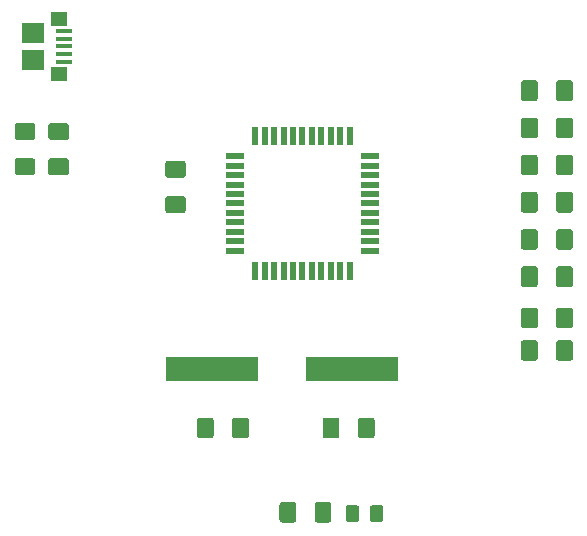
<source format=gbr>
G04 #@! TF.GenerationSoftware,KiCad,Pcbnew,(5.1.5)-3*
G04 #@! TF.CreationDate,2020-08-03T22:27:43-04:00*
G04 #@! TF.ProjectId,Kitchen Timer,4b697463-6865-46e2-9054-696d65722e6b,rev?*
G04 #@! TF.SameCoordinates,Original*
G04 #@! TF.FileFunction,Paste,Top*
G04 #@! TF.FilePolarity,Positive*
%FSLAX46Y46*%
G04 Gerber Fmt 4.6, Leading zero omitted, Abs format (unit mm)*
G04 Created by KiCad (PCBNEW (5.1.5)-3) date 2020-08-03 22:27:43*
%MOMM*%
%LPD*%
G04 APERTURE LIST*
%ADD10C,0.100000*%
%ADD11R,1.900000X1.750000*%
%ADD12R,1.400000X0.400000*%
%ADD13R,1.450000X1.150000*%
%ADD14R,1.500000X0.550000*%
%ADD15R,0.550000X1.500000*%
%ADD16R,7.875000X2.000000*%
G04 APERTURE END LIST*
D10*
G36*
X118174504Y-101476204D02*
G01*
X118198773Y-101479804D01*
X118222571Y-101485765D01*
X118245671Y-101494030D01*
X118267849Y-101504520D01*
X118288893Y-101517133D01*
X118308598Y-101531747D01*
X118326777Y-101548223D01*
X118343253Y-101566402D01*
X118357867Y-101586107D01*
X118370480Y-101607151D01*
X118380970Y-101629329D01*
X118389235Y-101652429D01*
X118395196Y-101676227D01*
X118398796Y-101700496D01*
X118400000Y-101725000D01*
X118400000Y-102975000D01*
X118398796Y-102999504D01*
X118395196Y-103023773D01*
X118389235Y-103047571D01*
X118380970Y-103070671D01*
X118370480Y-103092849D01*
X118357867Y-103113893D01*
X118343253Y-103133598D01*
X118326777Y-103151777D01*
X118308598Y-103168253D01*
X118288893Y-103182867D01*
X118267849Y-103195480D01*
X118245671Y-103205970D01*
X118222571Y-103214235D01*
X118198773Y-103220196D01*
X118174504Y-103223796D01*
X118150000Y-103225000D01*
X117225000Y-103225000D01*
X117200496Y-103223796D01*
X117176227Y-103220196D01*
X117152429Y-103214235D01*
X117129329Y-103205970D01*
X117107151Y-103195480D01*
X117086107Y-103182867D01*
X117066402Y-103168253D01*
X117048223Y-103151777D01*
X117031747Y-103133598D01*
X117017133Y-103113893D01*
X117004520Y-103092849D01*
X116994030Y-103070671D01*
X116985765Y-103047571D01*
X116979804Y-103023773D01*
X116976204Y-102999504D01*
X116975000Y-102975000D01*
X116975000Y-101725000D01*
X116976204Y-101700496D01*
X116979804Y-101676227D01*
X116985765Y-101652429D01*
X116994030Y-101629329D01*
X117004520Y-101607151D01*
X117017133Y-101586107D01*
X117031747Y-101566402D01*
X117048223Y-101548223D01*
X117066402Y-101531747D01*
X117086107Y-101517133D01*
X117107151Y-101504520D01*
X117129329Y-101494030D01*
X117152429Y-101485765D01*
X117176227Y-101479804D01*
X117200496Y-101476204D01*
X117225000Y-101475000D01*
X118150000Y-101475000D01*
X118174504Y-101476204D01*
G37*
G36*
X115199504Y-101476204D02*
G01*
X115223773Y-101479804D01*
X115247571Y-101485765D01*
X115270671Y-101494030D01*
X115292849Y-101504520D01*
X115313893Y-101517133D01*
X115333598Y-101531747D01*
X115351777Y-101548223D01*
X115368253Y-101566402D01*
X115382867Y-101586107D01*
X115395480Y-101607151D01*
X115405970Y-101629329D01*
X115414235Y-101652429D01*
X115420196Y-101676227D01*
X115423796Y-101700496D01*
X115425000Y-101725000D01*
X115425000Y-102975000D01*
X115423796Y-102999504D01*
X115420196Y-103023773D01*
X115414235Y-103047571D01*
X115405970Y-103070671D01*
X115395480Y-103092849D01*
X115382867Y-103113893D01*
X115368253Y-103133598D01*
X115351777Y-103151777D01*
X115333598Y-103168253D01*
X115313893Y-103182867D01*
X115292849Y-103195480D01*
X115270671Y-103205970D01*
X115247571Y-103214235D01*
X115223773Y-103220196D01*
X115199504Y-103223796D01*
X115175000Y-103225000D01*
X114250000Y-103225000D01*
X114225496Y-103223796D01*
X114201227Y-103220196D01*
X114177429Y-103214235D01*
X114154329Y-103205970D01*
X114132151Y-103195480D01*
X114111107Y-103182867D01*
X114091402Y-103168253D01*
X114073223Y-103151777D01*
X114056747Y-103133598D01*
X114042133Y-103113893D01*
X114029520Y-103092849D01*
X114019030Y-103070671D01*
X114010765Y-103047571D01*
X114004804Y-103023773D01*
X114001204Y-102999504D01*
X114000000Y-102975000D01*
X114000000Y-101725000D01*
X114001204Y-101700496D01*
X114004804Y-101676227D01*
X114010765Y-101652429D01*
X114019030Y-101629329D01*
X114029520Y-101607151D01*
X114042133Y-101586107D01*
X114056747Y-101566402D01*
X114073223Y-101548223D01*
X114091402Y-101531747D01*
X114111107Y-101517133D01*
X114132151Y-101504520D01*
X114154329Y-101494030D01*
X114177429Y-101485765D01*
X114201227Y-101479804D01*
X114225496Y-101476204D01*
X114250000Y-101475000D01*
X115175000Y-101475000D01*
X115199504Y-101476204D01*
G37*
G36*
X104549504Y-101476204D02*
G01*
X104573773Y-101479804D01*
X104597571Y-101485765D01*
X104620671Y-101494030D01*
X104642849Y-101504520D01*
X104663893Y-101517133D01*
X104683598Y-101531747D01*
X104701777Y-101548223D01*
X104718253Y-101566402D01*
X104732867Y-101586107D01*
X104745480Y-101607151D01*
X104755970Y-101629329D01*
X104764235Y-101652429D01*
X104770196Y-101676227D01*
X104773796Y-101700496D01*
X104775000Y-101725000D01*
X104775000Y-102975000D01*
X104773796Y-102999504D01*
X104770196Y-103023773D01*
X104764235Y-103047571D01*
X104755970Y-103070671D01*
X104745480Y-103092849D01*
X104732867Y-103113893D01*
X104718253Y-103133598D01*
X104701777Y-103151777D01*
X104683598Y-103168253D01*
X104663893Y-103182867D01*
X104642849Y-103195480D01*
X104620671Y-103205970D01*
X104597571Y-103214235D01*
X104573773Y-103220196D01*
X104549504Y-103223796D01*
X104525000Y-103225000D01*
X103600000Y-103225000D01*
X103575496Y-103223796D01*
X103551227Y-103220196D01*
X103527429Y-103214235D01*
X103504329Y-103205970D01*
X103482151Y-103195480D01*
X103461107Y-103182867D01*
X103441402Y-103168253D01*
X103423223Y-103151777D01*
X103406747Y-103133598D01*
X103392133Y-103113893D01*
X103379520Y-103092849D01*
X103369030Y-103070671D01*
X103360765Y-103047571D01*
X103354804Y-103023773D01*
X103351204Y-102999504D01*
X103350000Y-102975000D01*
X103350000Y-101725000D01*
X103351204Y-101700496D01*
X103354804Y-101676227D01*
X103360765Y-101652429D01*
X103369030Y-101629329D01*
X103379520Y-101607151D01*
X103392133Y-101586107D01*
X103406747Y-101566402D01*
X103423223Y-101548223D01*
X103441402Y-101531747D01*
X103461107Y-101517133D01*
X103482151Y-101504520D01*
X103504329Y-101494030D01*
X103527429Y-101485765D01*
X103551227Y-101479804D01*
X103575496Y-101476204D01*
X103600000Y-101475000D01*
X104525000Y-101475000D01*
X104549504Y-101476204D01*
G37*
G36*
X107524504Y-101476204D02*
G01*
X107548773Y-101479804D01*
X107572571Y-101485765D01*
X107595671Y-101494030D01*
X107617849Y-101504520D01*
X107638893Y-101517133D01*
X107658598Y-101531747D01*
X107676777Y-101548223D01*
X107693253Y-101566402D01*
X107707867Y-101586107D01*
X107720480Y-101607151D01*
X107730970Y-101629329D01*
X107739235Y-101652429D01*
X107745196Y-101676227D01*
X107748796Y-101700496D01*
X107750000Y-101725000D01*
X107750000Y-102975000D01*
X107748796Y-102999504D01*
X107745196Y-103023773D01*
X107739235Y-103047571D01*
X107730970Y-103070671D01*
X107720480Y-103092849D01*
X107707867Y-103113893D01*
X107693253Y-103133598D01*
X107676777Y-103151777D01*
X107658598Y-103168253D01*
X107638893Y-103182867D01*
X107617849Y-103195480D01*
X107595671Y-103205970D01*
X107572571Y-103214235D01*
X107548773Y-103220196D01*
X107524504Y-103223796D01*
X107500000Y-103225000D01*
X106575000Y-103225000D01*
X106550496Y-103223796D01*
X106526227Y-103220196D01*
X106502429Y-103214235D01*
X106479329Y-103205970D01*
X106457151Y-103195480D01*
X106436107Y-103182867D01*
X106416402Y-103168253D01*
X106398223Y-103151777D01*
X106381747Y-103133598D01*
X106367133Y-103113893D01*
X106354520Y-103092849D01*
X106344030Y-103070671D01*
X106335765Y-103047571D01*
X106329804Y-103023773D01*
X106326204Y-102999504D01*
X106325000Y-102975000D01*
X106325000Y-101725000D01*
X106326204Y-101700496D01*
X106329804Y-101676227D01*
X106335765Y-101652429D01*
X106344030Y-101629329D01*
X106354520Y-101607151D01*
X106367133Y-101586107D01*
X106381747Y-101566402D01*
X106398223Y-101548223D01*
X106416402Y-101531747D01*
X106436107Y-101517133D01*
X106457151Y-101504520D01*
X106479329Y-101494030D01*
X106502429Y-101485765D01*
X106526227Y-101479804D01*
X106550496Y-101476204D01*
X106575000Y-101475000D01*
X107500000Y-101475000D01*
X107524504Y-101476204D01*
G37*
G36*
X102199504Y-82726204D02*
G01*
X102223773Y-82729804D01*
X102247571Y-82735765D01*
X102270671Y-82744030D01*
X102292849Y-82754520D01*
X102313893Y-82767133D01*
X102333598Y-82781747D01*
X102351777Y-82798223D01*
X102368253Y-82816402D01*
X102382867Y-82836107D01*
X102395480Y-82857151D01*
X102405970Y-82879329D01*
X102414235Y-82902429D01*
X102420196Y-82926227D01*
X102423796Y-82950496D01*
X102425000Y-82975000D01*
X102425000Y-83900000D01*
X102423796Y-83924504D01*
X102420196Y-83948773D01*
X102414235Y-83972571D01*
X102405970Y-83995671D01*
X102395480Y-84017849D01*
X102382867Y-84038893D01*
X102368253Y-84058598D01*
X102351777Y-84076777D01*
X102333598Y-84093253D01*
X102313893Y-84107867D01*
X102292849Y-84120480D01*
X102270671Y-84130970D01*
X102247571Y-84139235D01*
X102223773Y-84145196D01*
X102199504Y-84148796D01*
X102175000Y-84150000D01*
X100925000Y-84150000D01*
X100900496Y-84148796D01*
X100876227Y-84145196D01*
X100852429Y-84139235D01*
X100829329Y-84130970D01*
X100807151Y-84120480D01*
X100786107Y-84107867D01*
X100766402Y-84093253D01*
X100748223Y-84076777D01*
X100731747Y-84058598D01*
X100717133Y-84038893D01*
X100704520Y-84017849D01*
X100694030Y-83995671D01*
X100685765Y-83972571D01*
X100679804Y-83948773D01*
X100676204Y-83924504D01*
X100675000Y-83900000D01*
X100675000Y-82975000D01*
X100676204Y-82950496D01*
X100679804Y-82926227D01*
X100685765Y-82902429D01*
X100694030Y-82879329D01*
X100704520Y-82857151D01*
X100717133Y-82836107D01*
X100731747Y-82816402D01*
X100748223Y-82798223D01*
X100766402Y-82781747D01*
X100786107Y-82767133D01*
X100807151Y-82754520D01*
X100829329Y-82744030D01*
X100852429Y-82735765D01*
X100876227Y-82729804D01*
X100900496Y-82726204D01*
X100925000Y-82725000D01*
X102175000Y-82725000D01*
X102199504Y-82726204D01*
G37*
G36*
X102199504Y-79751204D02*
G01*
X102223773Y-79754804D01*
X102247571Y-79760765D01*
X102270671Y-79769030D01*
X102292849Y-79779520D01*
X102313893Y-79792133D01*
X102333598Y-79806747D01*
X102351777Y-79823223D01*
X102368253Y-79841402D01*
X102382867Y-79861107D01*
X102395480Y-79882151D01*
X102405970Y-79904329D01*
X102414235Y-79927429D01*
X102420196Y-79951227D01*
X102423796Y-79975496D01*
X102425000Y-80000000D01*
X102425000Y-80925000D01*
X102423796Y-80949504D01*
X102420196Y-80973773D01*
X102414235Y-80997571D01*
X102405970Y-81020671D01*
X102395480Y-81042849D01*
X102382867Y-81063893D01*
X102368253Y-81083598D01*
X102351777Y-81101777D01*
X102333598Y-81118253D01*
X102313893Y-81132867D01*
X102292849Y-81145480D01*
X102270671Y-81155970D01*
X102247571Y-81164235D01*
X102223773Y-81170196D01*
X102199504Y-81173796D01*
X102175000Y-81175000D01*
X100925000Y-81175000D01*
X100900496Y-81173796D01*
X100876227Y-81170196D01*
X100852429Y-81164235D01*
X100829329Y-81155970D01*
X100807151Y-81145480D01*
X100786107Y-81132867D01*
X100766402Y-81118253D01*
X100748223Y-81101777D01*
X100731747Y-81083598D01*
X100717133Y-81063893D01*
X100704520Y-81042849D01*
X100694030Y-81020671D01*
X100685765Y-80997571D01*
X100679804Y-80973773D01*
X100676204Y-80949504D01*
X100675000Y-80925000D01*
X100675000Y-80000000D01*
X100676204Y-79975496D01*
X100679804Y-79951227D01*
X100685765Y-79927429D01*
X100694030Y-79904329D01*
X100704520Y-79882151D01*
X100717133Y-79861107D01*
X100731747Y-79841402D01*
X100748223Y-79823223D01*
X100766402Y-79806747D01*
X100786107Y-79792133D01*
X100807151Y-79779520D01*
X100829329Y-79769030D01*
X100852429Y-79760765D01*
X100876227Y-79754804D01*
X100900496Y-79751204D01*
X100925000Y-79750000D01*
X102175000Y-79750000D01*
X102199504Y-79751204D01*
G37*
G36*
X118924505Y-108901204D02*
G01*
X118948773Y-108904804D01*
X118972572Y-108910765D01*
X118995671Y-108919030D01*
X119017850Y-108929520D01*
X119038893Y-108942132D01*
X119058599Y-108956747D01*
X119076777Y-108973223D01*
X119093253Y-108991401D01*
X119107868Y-109011107D01*
X119120480Y-109032150D01*
X119130970Y-109054329D01*
X119139235Y-109077428D01*
X119145196Y-109101227D01*
X119148796Y-109125495D01*
X119150000Y-109149999D01*
X119150000Y-110050001D01*
X119148796Y-110074505D01*
X119145196Y-110098773D01*
X119139235Y-110122572D01*
X119130970Y-110145671D01*
X119120480Y-110167850D01*
X119107868Y-110188893D01*
X119093253Y-110208599D01*
X119076777Y-110226777D01*
X119058599Y-110243253D01*
X119038893Y-110257868D01*
X119017850Y-110270480D01*
X118995671Y-110280970D01*
X118972572Y-110289235D01*
X118948773Y-110295196D01*
X118924505Y-110298796D01*
X118900001Y-110300000D01*
X118249999Y-110300000D01*
X118225495Y-110298796D01*
X118201227Y-110295196D01*
X118177428Y-110289235D01*
X118154329Y-110280970D01*
X118132150Y-110270480D01*
X118111107Y-110257868D01*
X118091401Y-110243253D01*
X118073223Y-110226777D01*
X118056747Y-110208599D01*
X118042132Y-110188893D01*
X118029520Y-110167850D01*
X118019030Y-110145671D01*
X118010765Y-110122572D01*
X118004804Y-110098773D01*
X118001204Y-110074505D01*
X118000000Y-110050001D01*
X118000000Y-109149999D01*
X118001204Y-109125495D01*
X118004804Y-109101227D01*
X118010765Y-109077428D01*
X118019030Y-109054329D01*
X118029520Y-109032150D01*
X118042132Y-109011107D01*
X118056747Y-108991401D01*
X118073223Y-108973223D01*
X118091401Y-108956747D01*
X118111107Y-108942132D01*
X118132150Y-108929520D01*
X118154329Y-108919030D01*
X118177428Y-108910765D01*
X118201227Y-108904804D01*
X118225495Y-108901204D01*
X118249999Y-108900000D01*
X118900001Y-108900000D01*
X118924505Y-108901204D01*
G37*
G36*
X116874505Y-108901204D02*
G01*
X116898773Y-108904804D01*
X116922572Y-108910765D01*
X116945671Y-108919030D01*
X116967850Y-108929520D01*
X116988893Y-108942132D01*
X117008599Y-108956747D01*
X117026777Y-108973223D01*
X117043253Y-108991401D01*
X117057868Y-109011107D01*
X117070480Y-109032150D01*
X117080970Y-109054329D01*
X117089235Y-109077428D01*
X117095196Y-109101227D01*
X117098796Y-109125495D01*
X117100000Y-109149999D01*
X117100000Y-110050001D01*
X117098796Y-110074505D01*
X117095196Y-110098773D01*
X117089235Y-110122572D01*
X117080970Y-110145671D01*
X117070480Y-110167850D01*
X117057868Y-110188893D01*
X117043253Y-110208599D01*
X117026777Y-110226777D01*
X117008599Y-110243253D01*
X116988893Y-110257868D01*
X116967850Y-110270480D01*
X116945671Y-110280970D01*
X116922572Y-110289235D01*
X116898773Y-110295196D01*
X116874505Y-110298796D01*
X116850001Y-110300000D01*
X116199999Y-110300000D01*
X116175495Y-110298796D01*
X116151227Y-110295196D01*
X116127428Y-110289235D01*
X116104329Y-110280970D01*
X116082150Y-110270480D01*
X116061107Y-110257868D01*
X116041401Y-110243253D01*
X116023223Y-110226777D01*
X116006747Y-110208599D01*
X115992132Y-110188893D01*
X115979520Y-110167850D01*
X115969030Y-110145671D01*
X115960765Y-110122572D01*
X115954804Y-110098773D01*
X115951204Y-110074505D01*
X115950000Y-110050001D01*
X115950000Y-109149999D01*
X115951204Y-109125495D01*
X115954804Y-109101227D01*
X115960765Y-109077428D01*
X115969030Y-109054329D01*
X115979520Y-109032150D01*
X115992132Y-109011107D01*
X116006747Y-108991401D01*
X116023223Y-108973223D01*
X116041401Y-108956747D01*
X116061107Y-108942132D01*
X116082150Y-108929520D01*
X116104329Y-108919030D01*
X116127428Y-108910765D01*
X116151227Y-108904804D01*
X116175495Y-108901204D01*
X116199999Y-108900000D01*
X116850001Y-108900000D01*
X116874505Y-108901204D01*
G37*
D11*
X89450000Y-71175000D03*
D12*
X92100000Y-69400000D03*
X92100000Y-68750000D03*
X92100000Y-71350000D03*
X92100000Y-70700000D03*
X92100000Y-70050000D03*
D11*
X89450000Y-68925000D03*
D13*
X91680000Y-72370000D03*
X91680000Y-67730000D03*
D10*
G36*
X89449504Y-79526204D02*
G01*
X89473773Y-79529804D01*
X89497571Y-79535765D01*
X89520671Y-79544030D01*
X89542849Y-79554520D01*
X89563893Y-79567133D01*
X89583598Y-79581747D01*
X89601777Y-79598223D01*
X89618253Y-79616402D01*
X89632867Y-79636107D01*
X89645480Y-79657151D01*
X89655970Y-79679329D01*
X89664235Y-79702429D01*
X89670196Y-79726227D01*
X89673796Y-79750496D01*
X89675000Y-79775000D01*
X89675000Y-80700000D01*
X89673796Y-80724504D01*
X89670196Y-80748773D01*
X89664235Y-80772571D01*
X89655970Y-80795671D01*
X89645480Y-80817849D01*
X89632867Y-80838893D01*
X89618253Y-80858598D01*
X89601777Y-80876777D01*
X89583598Y-80893253D01*
X89563893Y-80907867D01*
X89542849Y-80920480D01*
X89520671Y-80930970D01*
X89497571Y-80939235D01*
X89473773Y-80945196D01*
X89449504Y-80948796D01*
X89425000Y-80950000D01*
X88175000Y-80950000D01*
X88150496Y-80948796D01*
X88126227Y-80945196D01*
X88102429Y-80939235D01*
X88079329Y-80930970D01*
X88057151Y-80920480D01*
X88036107Y-80907867D01*
X88016402Y-80893253D01*
X87998223Y-80876777D01*
X87981747Y-80858598D01*
X87967133Y-80838893D01*
X87954520Y-80817849D01*
X87944030Y-80795671D01*
X87935765Y-80772571D01*
X87929804Y-80748773D01*
X87926204Y-80724504D01*
X87925000Y-80700000D01*
X87925000Y-79775000D01*
X87926204Y-79750496D01*
X87929804Y-79726227D01*
X87935765Y-79702429D01*
X87944030Y-79679329D01*
X87954520Y-79657151D01*
X87967133Y-79636107D01*
X87981747Y-79616402D01*
X87998223Y-79598223D01*
X88016402Y-79581747D01*
X88036107Y-79567133D01*
X88057151Y-79554520D01*
X88079329Y-79544030D01*
X88102429Y-79535765D01*
X88126227Y-79529804D01*
X88150496Y-79526204D01*
X88175000Y-79525000D01*
X89425000Y-79525000D01*
X89449504Y-79526204D01*
G37*
G36*
X89449504Y-76551204D02*
G01*
X89473773Y-76554804D01*
X89497571Y-76560765D01*
X89520671Y-76569030D01*
X89542849Y-76579520D01*
X89563893Y-76592133D01*
X89583598Y-76606747D01*
X89601777Y-76623223D01*
X89618253Y-76641402D01*
X89632867Y-76661107D01*
X89645480Y-76682151D01*
X89655970Y-76704329D01*
X89664235Y-76727429D01*
X89670196Y-76751227D01*
X89673796Y-76775496D01*
X89675000Y-76800000D01*
X89675000Y-77725000D01*
X89673796Y-77749504D01*
X89670196Y-77773773D01*
X89664235Y-77797571D01*
X89655970Y-77820671D01*
X89645480Y-77842849D01*
X89632867Y-77863893D01*
X89618253Y-77883598D01*
X89601777Y-77901777D01*
X89583598Y-77918253D01*
X89563893Y-77932867D01*
X89542849Y-77945480D01*
X89520671Y-77955970D01*
X89497571Y-77964235D01*
X89473773Y-77970196D01*
X89449504Y-77973796D01*
X89425000Y-77975000D01*
X88175000Y-77975000D01*
X88150496Y-77973796D01*
X88126227Y-77970196D01*
X88102429Y-77964235D01*
X88079329Y-77955970D01*
X88057151Y-77945480D01*
X88036107Y-77932867D01*
X88016402Y-77918253D01*
X87998223Y-77901777D01*
X87981747Y-77883598D01*
X87967133Y-77863893D01*
X87954520Y-77842849D01*
X87944030Y-77820671D01*
X87935765Y-77797571D01*
X87929804Y-77773773D01*
X87926204Y-77749504D01*
X87925000Y-77725000D01*
X87925000Y-76800000D01*
X87926204Y-76775496D01*
X87929804Y-76751227D01*
X87935765Y-76727429D01*
X87944030Y-76704329D01*
X87954520Y-76682151D01*
X87967133Y-76661107D01*
X87981747Y-76641402D01*
X87998223Y-76623223D01*
X88016402Y-76606747D01*
X88036107Y-76592133D01*
X88057151Y-76579520D01*
X88079329Y-76569030D01*
X88102429Y-76560765D01*
X88126227Y-76554804D01*
X88150496Y-76551204D01*
X88175000Y-76550000D01*
X89425000Y-76550000D01*
X89449504Y-76551204D01*
G37*
G36*
X92299504Y-79526204D02*
G01*
X92323773Y-79529804D01*
X92347571Y-79535765D01*
X92370671Y-79544030D01*
X92392849Y-79554520D01*
X92413893Y-79567133D01*
X92433598Y-79581747D01*
X92451777Y-79598223D01*
X92468253Y-79616402D01*
X92482867Y-79636107D01*
X92495480Y-79657151D01*
X92505970Y-79679329D01*
X92514235Y-79702429D01*
X92520196Y-79726227D01*
X92523796Y-79750496D01*
X92525000Y-79775000D01*
X92525000Y-80700000D01*
X92523796Y-80724504D01*
X92520196Y-80748773D01*
X92514235Y-80772571D01*
X92505970Y-80795671D01*
X92495480Y-80817849D01*
X92482867Y-80838893D01*
X92468253Y-80858598D01*
X92451777Y-80876777D01*
X92433598Y-80893253D01*
X92413893Y-80907867D01*
X92392849Y-80920480D01*
X92370671Y-80930970D01*
X92347571Y-80939235D01*
X92323773Y-80945196D01*
X92299504Y-80948796D01*
X92275000Y-80950000D01*
X91025000Y-80950000D01*
X91000496Y-80948796D01*
X90976227Y-80945196D01*
X90952429Y-80939235D01*
X90929329Y-80930970D01*
X90907151Y-80920480D01*
X90886107Y-80907867D01*
X90866402Y-80893253D01*
X90848223Y-80876777D01*
X90831747Y-80858598D01*
X90817133Y-80838893D01*
X90804520Y-80817849D01*
X90794030Y-80795671D01*
X90785765Y-80772571D01*
X90779804Y-80748773D01*
X90776204Y-80724504D01*
X90775000Y-80700000D01*
X90775000Y-79775000D01*
X90776204Y-79750496D01*
X90779804Y-79726227D01*
X90785765Y-79702429D01*
X90794030Y-79679329D01*
X90804520Y-79657151D01*
X90817133Y-79636107D01*
X90831747Y-79616402D01*
X90848223Y-79598223D01*
X90866402Y-79581747D01*
X90886107Y-79567133D01*
X90907151Y-79554520D01*
X90929329Y-79544030D01*
X90952429Y-79535765D01*
X90976227Y-79529804D01*
X91000496Y-79526204D01*
X91025000Y-79525000D01*
X92275000Y-79525000D01*
X92299504Y-79526204D01*
G37*
G36*
X92299504Y-76551204D02*
G01*
X92323773Y-76554804D01*
X92347571Y-76560765D01*
X92370671Y-76569030D01*
X92392849Y-76579520D01*
X92413893Y-76592133D01*
X92433598Y-76606747D01*
X92451777Y-76623223D01*
X92468253Y-76641402D01*
X92482867Y-76661107D01*
X92495480Y-76682151D01*
X92505970Y-76704329D01*
X92514235Y-76727429D01*
X92520196Y-76751227D01*
X92523796Y-76775496D01*
X92525000Y-76800000D01*
X92525000Y-77725000D01*
X92523796Y-77749504D01*
X92520196Y-77773773D01*
X92514235Y-77797571D01*
X92505970Y-77820671D01*
X92495480Y-77842849D01*
X92482867Y-77863893D01*
X92468253Y-77883598D01*
X92451777Y-77901777D01*
X92433598Y-77918253D01*
X92413893Y-77932867D01*
X92392849Y-77945480D01*
X92370671Y-77955970D01*
X92347571Y-77964235D01*
X92323773Y-77970196D01*
X92299504Y-77973796D01*
X92275000Y-77975000D01*
X91025000Y-77975000D01*
X91000496Y-77973796D01*
X90976227Y-77970196D01*
X90952429Y-77964235D01*
X90929329Y-77955970D01*
X90907151Y-77945480D01*
X90886107Y-77932867D01*
X90866402Y-77918253D01*
X90848223Y-77901777D01*
X90831747Y-77883598D01*
X90817133Y-77863893D01*
X90804520Y-77842849D01*
X90794030Y-77820671D01*
X90785765Y-77797571D01*
X90779804Y-77773773D01*
X90776204Y-77749504D01*
X90775000Y-77725000D01*
X90775000Y-76800000D01*
X90776204Y-76775496D01*
X90779804Y-76751227D01*
X90785765Y-76727429D01*
X90794030Y-76704329D01*
X90804520Y-76682151D01*
X90817133Y-76661107D01*
X90831747Y-76641402D01*
X90848223Y-76623223D01*
X90866402Y-76606747D01*
X90886107Y-76592133D01*
X90907151Y-76579520D01*
X90929329Y-76569030D01*
X90952429Y-76560765D01*
X90976227Y-76554804D01*
X91000496Y-76551204D01*
X91025000Y-76550000D01*
X92275000Y-76550000D01*
X92299504Y-76551204D01*
G37*
G36*
X111549504Y-108626204D02*
G01*
X111573773Y-108629804D01*
X111597571Y-108635765D01*
X111620671Y-108644030D01*
X111642849Y-108654520D01*
X111663893Y-108667133D01*
X111683598Y-108681747D01*
X111701777Y-108698223D01*
X111718253Y-108716402D01*
X111732867Y-108736107D01*
X111745480Y-108757151D01*
X111755970Y-108779329D01*
X111764235Y-108802429D01*
X111770196Y-108826227D01*
X111773796Y-108850496D01*
X111775000Y-108875000D01*
X111775000Y-110125000D01*
X111773796Y-110149504D01*
X111770196Y-110173773D01*
X111764235Y-110197571D01*
X111755970Y-110220671D01*
X111745480Y-110242849D01*
X111732867Y-110263893D01*
X111718253Y-110283598D01*
X111701777Y-110301777D01*
X111683598Y-110318253D01*
X111663893Y-110332867D01*
X111642849Y-110345480D01*
X111620671Y-110355970D01*
X111597571Y-110364235D01*
X111573773Y-110370196D01*
X111549504Y-110373796D01*
X111525000Y-110375000D01*
X110600000Y-110375000D01*
X110575496Y-110373796D01*
X110551227Y-110370196D01*
X110527429Y-110364235D01*
X110504329Y-110355970D01*
X110482151Y-110345480D01*
X110461107Y-110332867D01*
X110441402Y-110318253D01*
X110423223Y-110301777D01*
X110406747Y-110283598D01*
X110392133Y-110263893D01*
X110379520Y-110242849D01*
X110369030Y-110220671D01*
X110360765Y-110197571D01*
X110354804Y-110173773D01*
X110351204Y-110149504D01*
X110350000Y-110125000D01*
X110350000Y-108875000D01*
X110351204Y-108850496D01*
X110354804Y-108826227D01*
X110360765Y-108802429D01*
X110369030Y-108779329D01*
X110379520Y-108757151D01*
X110392133Y-108736107D01*
X110406747Y-108716402D01*
X110423223Y-108698223D01*
X110441402Y-108681747D01*
X110461107Y-108667133D01*
X110482151Y-108654520D01*
X110504329Y-108644030D01*
X110527429Y-108635765D01*
X110551227Y-108629804D01*
X110575496Y-108626204D01*
X110600000Y-108625000D01*
X111525000Y-108625000D01*
X111549504Y-108626204D01*
G37*
G36*
X114524504Y-108626204D02*
G01*
X114548773Y-108629804D01*
X114572571Y-108635765D01*
X114595671Y-108644030D01*
X114617849Y-108654520D01*
X114638893Y-108667133D01*
X114658598Y-108681747D01*
X114676777Y-108698223D01*
X114693253Y-108716402D01*
X114707867Y-108736107D01*
X114720480Y-108757151D01*
X114730970Y-108779329D01*
X114739235Y-108802429D01*
X114745196Y-108826227D01*
X114748796Y-108850496D01*
X114750000Y-108875000D01*
X114750000Y-110125000D01*
X114748796Y-110149504D01*
X114745196Y-110173773D01*
X114739235Y-110197571D01*
X114730970Y-110220671D01*
X114720480Y-110242849D01*
X114707867Y-110263893D01*
X114693253Y-110283598D01*
X114676777Y-110301777D01*
X114658598Y-110318253D01*
X114638893Y-110332867D01*
X114617849Y-110345480D01*
X114595671Y-110355970D01*
X114572571Y-110364235D01*
X114548773Y-110370196D01*
X114524504Y-110373796D01*
X114500000Y-110375000D01*
X113575000Y-110375000D01*
X113550496Y-110373796D01*
X113526227Y-110370196D01*
X113502429Y-110364235D01*
X113479329Y-110355970D01*
X113457151Y-110345480D01*
X113436107Y-110332867D01*
X113416402Y-110318253D01*
X113398223Y-110301777D01*
X113381747Y-110283598D01*
X113367133Y-110263893D01*
X113354520Y-110242849D01*
X113344030Y-110220671D01*
X113335765Y-110197571D01*
X113329804Y-110173773D01*
X113326204Y-110149504D01*
X113325000Y-110125000D01*
X113325000Y-108875000D01*
X113326204Y-108850496D01*
X113329804Y-108826227D01*
X113335765Y-108802429D01*
X113344030Y-108779329D01*
X113354520Y-108757151D01*
X113367133Y-108736107D01*
X113381747Y-108716402D01*
X113398223Y-108698223D01*
X113416402Y-108681747D01*
X113436107Y-108667133D01*
X113457151Y-108654520D01*
X113479329Y-108644030D01*
X113502429Y-108635765D01*
X113526227Y-108629804D01*
X113550496Y-108626204D01*
X113575000Y-108625000D01*
X114500000Y-108625000D01*
X114524504Y-108626204D01*
G37*
G36*
X131999504Y-94926204D02*
G01*
X132023773Y-94929804D01*
X132047571Y-94935765D01*
X132070671Y-94944030D01*
X132092849Y-94954520D01*
X132113893Y-94967133D01*
X132133598Y-94981747D01*
X132151777Y-94998223D01*
X132168253Y-95016402D01*
X132182867Y-95036107D01*
X132195480Y-95057151D01*
X132205970Y-95079329D01*
X132214235Y-95102429D01*
X132220196Y-95126227D01*
X132223796Y-95150496D01*
X132225000Y-95175000D01*
X132225000Y-96425000D01*
X132223796Y-96449504D01*
X132220196Y-96473773D01*
X132214235Y-96497571D01*
X132205970Y-96520671D01*
X132195480Y-96542849D01*
X132182867Y-96563893D01*
X132168253Y-96583598D01*
X132151777Y-96601777D01*
X132133598Y-96618253D01*
X132113893Y-96632867D01*
X132092849Y-96645480D01*
X132070671Y-96655970D01*
X132047571Y-96664235D01*
X132023773Y-96670196D01*
X131999504Y-96673796D01*
X131975000Y-96675000D01*
X131050000Y-96675000D01*
X131025496Y-96673796D01*
X131001227Y-96670196D01*
X130977429Y-96664235D01*
X130954329Y-96655970D01*
X130932151Y-96645480D01*
X130911107Y-96632867D01*
X130891402Y-96618253D01*
X130873223Y-96601777D01*
X130856747Y-96583598D01*
X130842133Y-96563893D01*
X130829520Y-96542849D01*
X130819030Y-96520671D01*
X130810765Y-96497571D01*
X130804804Y-96473773D01*
X130801204Y-96449504D01*
X130800000Y-96425000D01*
X130800000Y-95175000D01*
X130801204Y-95150496D01*
X130804804Y-95126227D01*
X130810765Y-95102429D01*
X130819030Y-95079329D01*
X130829520Y-95057151D01*
X130842133Y-95036107D01*
X130856747Y-95016402D01*
X130873223Y-94998223D01*
X130891402Y-94981747D01*
X130911107Y-94967133D01*
X130932151Y-94954520D01*
X130954329Y-94944030D01*
X130977429Y-94935765D01*
X131001227Y-94929804D01*
X131025496Y-94926204D01*
X131050000Y-94925000D01*
X131975000Y-94925000D01*
X131999504Y-94926204D01*
G37*
G36*
X134974504Y-94926204D02*
G01*
X134998773Y-94929804D01*
X135022571Y-94935765D01*
X135045671Y-94944030D01*
X135067849Y-94954520D01*
X135088893Y-94967133D01*
X135108598Y-94981747D01*
X135126777Y-94998223D01*
X135143253Y-95016402D01*
X135157867Y-95036107D01*
X135170480Y-95057151D01*
X135180970Y-95079329D01*
X135189235Y-95102429D01*
X135195196Y-95126227D01*
X135198796Y-95150496D01*
X135200000Y-95175000D01*
X135200000Y-96425000D01*
X135198796Y-96449504D01*
X135195196Y-96473773D01*
X135189235Y-96497571D01*
X135180970Y-96520671D01*
X135170480Y-96542849D01*
X135157867Y-96563893D01*
X135143253Y-96583598D01*
X135126777Y-96601777D01*
X135108598Y-96618253D01*
X135088893Y-96632867D01*
X135067849Y-96645480D01*
X135045671Y-96655970D01*
X135022571Y-96664235D01*
X134998773Y-96670196D01*
X134974504Y-96673796D01*
X134950000Y-96675000D01*
X134025000Y-96675000D01*
X134000496Y-96673796D01*
X133976227Y-96670196D01*
X133952429Y-96664235D01*
X133929329Y-96655970D01*
X133907151Y-96645480D01*
X133886107Y-96632867D01*
X133866402Y-96618253D01*
X133848223Y-96601777D01*
X133831747Y-96583598D01*
X133817133Y-96563893D01*
X133804520Y-96542849D01*
X133794030Y-96520671D01*
X133785765Y-96497571D01*
X133779804Y-96473773D01*
X133776204Y-96449504D01*
X133775000Y-96425000D01*
X133775000Y-95175000D01*
X133776204Y-95150496D01*
X133779804Y-95126227D01*
X133785765Y-95102429D01*
X133794030Y-95079329D01*
X133804520Y-95057151D01*
X133817133Y-95036107D01*
X133831747Y-95016402D01*
X133848223Y-94998223D01*
X133866402Y-94981747D01*
X133886107Y-94967133D01*
X133907151Y-94954520D01*
X133929329Y-94944030D01*
X133952429Y-94935765D01*
X133976227Y-94929804D01*
X134000496Y-94926204D01*
X134025000Y-94925000D01*
X134950000Y-94925000D01*
X134974504Y-94926204D01*
G37*
G36*
X134974504Y-88676204D02*
G01*
X134998773Y-88679804D01*
X135022571Y-88685765D01*
X135045671Y-88694030D01*
X135067849Y-88704520D01*
X135088893Y-88717133D01*
X135108598Y-88731747D01*
X135126777Y-88748223D01*
X135143253Y-88766402D01*
X135157867Y-88786107D01*
X135170480Y-88807151D01*
X135180970Y-88829329D01*
X135189235Y-88852429D01*
X135195196Y-88876227D01*
X135198796Y-88900496D01*
X135200000Y-88925000D01*
X135200000Y-90175000D01*
X135198796Y-90199504D01*
X135195196Y-90223773D01*
X135189235Y-90247571D01*
X135180970Y-90270671D01*
X135170480Y-90292849D01*
X135157867Y-90313893D01*
X135143253Y-90333598D01*
X135126777Y-90351777D01*
X135108598Y-90368253D01*
X135088893Y-90382867D01*
X135067849Y-90395480D01*
X135045671Y-90405970D01*
X135022571Y-90414235D01*
X134998773Y-90420196D01*
X134974504Y-90423796D01*
X134950000Y-90425000D01*
X134025000Y-90425000D01*
X134000496Y-90423796D01*
X133976227Y-90420196D01*
X133952429Y-90414235D01*
X133929329Y-90405970D01*
X133907151Y-90395480D01*
X133886107Y-90382867D01*
X133866402Y-90368253D01*
X133848223Y-90351777D01*
X133831747Y-90333598D01*
X133817133Y-90313893D01*
X133804520Y-90292849D01*
X133794030Y-90270671D01*
X133785765Y-90247571D01*
X133779804Y-90223773D01*
X133776204Y-90199504D01*
X133775000Y-90175000D01*
X133775000Y-88925000D01*
X133776204Y-88900496D01*
X133779804Y-88876227D01*
X133785765Y-88852429D01*
X133794030Y-88829329D01*
X133804520Y-88807151D01*
X133817133Y-88786107D01*
X133831747Y-88766402D01*
X133848223Y-88748223D01*
X133866402Y-88731747D01*
X133886107Y-88717133D01*
X133907151Y-88704520D01*
X133929329Y-88694030D01*
X133952429Y-88685765D01*
X133976227Y-88679804D01*
X134000496Y-88676204D01*
X134025000Y-88675000D01*
X134950000Y-88675000D01*
X134974504Y-88676204D01*
G37*
G36*
X131999504Y-88676204D02*
G01*
X132023773Y-88679804D01*
X132047571Y-88685765D01*
X132070671Y-88694030D01*
X132092849Y-88704520D01*
X132113893Y-88717133D01*
X132133598Y-88731747D01*
X132151777Y-88748223D01*
X132168253Y-88766402D01*
X132182867Y-88786107D01*
X132195480Y-88807151D01*
X132205970Y-88829329D01*
X132214235Y-88852429D01*
X132220196Y-88876227D01*
X132223796Y-88900496D01*
X132225000Y-88925000D01*
X132225000Y-90175000D01*
X132223796Y-90199504D01*
X132220196Y-90223773D01*
X132214235Y-90247571D01*
X132205970Y-90270671D01*
X132195480Y-90292849D01*
X132182867Y-90313893D01*
X132168253Y-90333598D01*
X132151777Y-90351777D01*
X132133598Y-90368253D01*
X132113893Y-90382867D01*
X132092849Y-90395480D01*
X132070671Y-90405970D01*
X132047571Y-90414235D01*
X132023773Y-90420196D01*
X131999504Y-90423796D01*
X131975000Y-90425000D01*
X131050000Y-90425000D01*
X131025496Y-90423796D01*
X131001227Y-90420196D01*
X130977429Y-90414235D01*
X130954329Y-90405970D01*
X130932151Y-90395480D01*
X130911107Y-90382867D01*
X130891402Y-90368253D01*
X130873223Y-90351777D01*
X130856747Y-90333598D01*
X130842133Y-90313893D01*
X130829520Y-90292849D01*
X130819030Y-90270671D01*
X130810765Y-90247571D01*
X130804804Y-90223773D01*
X130801204Y-90199504D01*
X130800000Y-90175000D01*
X130800000Y-88925000D01*
X130801204Y-88900496D01*
X130804804Y-88876227D01*
X130810765Y-88852429D01*
X130819030Y-88829329D01*
X130829520Y-88807151D01*
X130842133Y-88786107D01*
X130856747Y-88766402D01*
X130873223Y-88748223D01*
X130891402Y-88731747D01*
X130911107Y-88717133D01*
X130932151Y-88704520D01*
X130954329Y-88694030D01*
X130977429Y-88685765D01*
X131001227Y-88679804D01*
X131025496Y-88676204D01*
X131050000Y-88675000D01*
X131975000Y-88675000D01*
X131999504Y-88676204D01*
G37*
G36*
X131999504Y-82376204D02*
G01*
X132023773Y-82379804D01*
X132047571Y-82385765D01*
X132070671Y-82394030D01*
X132092849Y-82404520D01*
X132113893Y-82417133D01*
X132133598Y-82431747D01*
X132151777Y-82448223D01*
X132168253Y-82466402D01*
X132182867Y-82486107D01*
X132195480Y-82507151D01*
X132205970Y-82529329D01*
X132214235Y-82552429D01*
X132220196Y-82576227D01*
X132223796Y-82600496D01*
X132225000Y-82625000D01*
X132225000Y-83875000D01*
X132223796Y-83899504D01*
X132220196Y-83923773D01*
X132214235Y-83947571D01*
X132205970Y-83970671D01*
X132195480Y-83992849D01*
X132182867Y-84013893D01*
X132168253Y-84033598D01*
X132151777Y-84051777D01*
X132133598Y-84068253D01*
X132113893Y-84082867D01*
X132092849Y-84095480D01*
X132070671Y-84105970D01*
X132047571Y-84114235D01*
X132023773Y-84120196D01*
X131999504Y-84123796D01*
X131975000Y-84125000D01*
X131050000Y-84125000D01*
X131025496Y-84123796D01*
X131001227Y-84120196D01*
X130977429Y-84114235D01*
X130954329Y-84105970D01*
X130932151Y-84095480D01*
X130911107Y-84082867D01*
X130891402Y-84068253D01*
X130873223Y-84051777D01*
X130856747Y-84033598D01*
X130842133Y-84013893D01*
X130829520Y-83992849D01*
X130819030Y-83970671D01*
X130810765Y-83947571D01*
X130804804Y-83923773D01*
X130801204Y-83899504D01*
X130800000Y-83875000D01*
X130800000Y-82625000D01*
X130801204Y-82600496D01*
X130804804Y-82576227D01*
X130810765Y-82552429D01*
X130819030Y-82529329D01*
X130829520Y-82507151D01*
X130842133Y-82486107D01*
X130856747Y-82466402D01*
X130873223Y-82448223D01*
X130891402Y-82431747D01*
X130911107Y-82417133D01*
X130932151Y-82404520D01*
X130954329Y-82394030D01*
X130977429Y-82385765D01*
X131001227Y-82379804D01*
X131025496Y-82376204D01*
X131050000Y-82375000D01*
X131975000Y-82375000D01*
X131999504Y-82376204D01*
G37*
G36*
X134974504Y-82376204D02*
G01*
X134998773Y-82379804D01*
X135022571Y-82385765D01*
X135045671Y-82394030D01*
X135067849Y-82404520D01*
X135088893Y-82417133D01*
X135108598Y-82431747D01*
X135126777Y-82448223D01*
X135143253Y-82466402D01*
X135157867Y-82486107D01*
X135170480Y-82507151D01*
X135180970Y-82529329D01*
X135189235Y-82552429D01*
X135195196Y-82576227D01*
X135198796Y-82600496D01*
X135200000Y-82625000D01*
X135200000Y-83875000D01*
X135198796Y-83899504D01*
X135195196Y-83923773D01*
X135189235Y-83947571D01*
X135180970Y-83970671D01*
X135170480Y-83992849D01*
X135157867Y-84013893D01*
X135143253Y-84033598D01*
X135126777Y-84051777D01*
X135108598Y-84068253D01*
X135088893Y-84082867D01*
X135067849Y-84095480D01*
X135045671Y-84105970D01*
X135022571Y-84114235D01*
X134998773Y-84120196D01*
X134974504Y-84123796D01*
X134950000Y-84125000D01*
X134025000Y-84125000D01*
X134000496Y-84123796D01*
X133976227Y-84120196D01*
X133952429Y-84114235D01*
X133929329Y-84105970D01*
X133907151Y-84095480D01*
X133886107Y-84082867D01*
X133866402Y-84068253D01*
X133848223Y-84051777D01*
X133831747Y-84033598D01*
X133817133Y-84013893D01*
X133804520Y-83992849D01*
X133794030Y-83970671D01*
X133785765Y-83947571D01*
X133779804Y-83923773D01*
X133776204Y-83899504D01*
X133775000Y-83875000D01*
X133775000Y-82625000D01*
X133776204Y-82600496D01*
X133779804Y-82576227D01*
X133785765Y-82552429D01*
X133794030Y-82529329D01*
X133804520Y-82507151D01*
X133817133Y-82486107D01*
X133831747Y-82466402D01*
X133848223Y-82448223D01*
X133866402Y-82431747D01*
X133886107Y-82417133D01*
X133907151Y-82404520D01*
X133929329Y-82394030D01*
X133952429Y-82385765D01*
X133976227Y-82379804D01*
X134000496Y-82376204D01*
X134025000Y-82375000D01*
X134950000Y-82375000D01*
X134974504Y-82376204D01*
G37*
G36*
X134974504Y-76076204D02*
G01*
X134998773Y-76079804D01*
X135022571Y-76085765D01*
X135045671Y-76094030D01*
X135067849Y-76104520D01*
X135088893Y-76117133D01*
X135108598Y-76131747D01*
X135126777Y-76148223D01*
X135143253Y-76166402D01*
X135157867Y-76186107D01*
X135170480Y-76207151D01*
X135180970Y-76229329D01*
X135189235Y-76252429D01*
X135195196Y-76276227D01*
X135198796Y-76300496D01*
X135200000Y-76325000D01*
X135200000Y-77575000D01*
X135198796Y-77599504D01*
X135195196Y-77623773D01*
X135189235Y-77647571D01*
X135180970Y-77670671D01*
X135170480Y-77692849D01*
X135157867Y-77713893D01*
X135143253Y-77733598D01*
X135126777Y-77751777D01*
X135108598Y-77768253D01*
X135088893Y-77782867D01*
X135067849Y-77795480D01*
X135045671Y-77805970D01*
X135022571Y-77814235D01*
X134998773Y-77820196D01*
X134974504Y-77823796D01*
X134950000Y-77825000D01*
X134025000Y-77825000D01*
X134000496Y-77823796D01*
X133976227Y-77820196D01*
X133952429Y-77814235D01*
X133929329Y-77805970D01*
X133907151Y-77795480D01*
X133886107Y-77782867D01*
X133866402Y-77768253D01*
X133848223Y-77751777D01*
X133831747Y-77733598D01*
X133817133Y-77713893D01*
X133804520Y-77692849D01*
X133794030Y-77670671D01*
X133785765Y-77647571D01*
X133779804Y-77623773D01*
X133776204Y-77599504D01*
X133775000Y-77575000D01*
X133775000Y-76325000D01*
X133776204Y-76300496D01*
X133779804Y-76276227D01*
X133785765Y-76252429D01*
X133794030Y-76229329D01*
X133804520Y-76207151D01*
X133817133Y-76186107D01*
X133831747Y-76166402D01*
X133848223Y-76148223D01*
X133866402Y-76131747D01*
X133886107Y-76117133D01*
X133907151Y-76104520D01*
X133929329Y-76094030D01*
X133952429Y-76085765D01*
X133976227Y-76079804D01*
X134000496Y-76076204D01*
X134025000Y-76075000D01*
X134950000Y-76075000D01*
X134974504Y-76076204D01*
G37*
G36*
X131999504Y-76076204D02*
G01*
X132023773Y-76079804D01*
X132047571Y-76085765D01*
X132070671Y-76094030D01*
X132092849Y-76104520D01*
X132113893Y-76117133D01*
X132133598Y-76131747D01*
X132151777Y-76148223D01*
X132168253Y-76166402D01*
X132182867Y-76186107D01*
X132195480Y-76207151D01*
X132205970Y-76229329D01*
X132214235Y-76252429D01*
X132220196Y-76276227D01*
X132223796Y-76300496D01*
X132225000Y-76325000D01*
X132225000Y-77575000D01*
X132223796Y-77599504D01*
X132220196Y-77623773D01*
X132214235Y-77647571D01*
X132205970Y-77670671D01*
X132195480Y-77692849D01*
X132182867Y-77713893D01*
X132168253Y-77733598D01*
X132151777Y-77751777D01*
X132133598Y-77768253D01*
X132113893Y-77782867D01*
X132092849Y-77795480D01*
X132070671Y-77805970D01*
X132047571Y-77814235D01*
X132023773Y-77820196D01*
X131999504Y-77823796D01*
X131975000Y-77825000D01*
X131050000Y-77825000D01*
X131025496Y-77823796D01*
X131001227Y-77820196D01*
X130977429Y-77814235D01*
X130954329Y-77805970D01*
X130932151Y-77795480D01*
X130911107Y-77782867D01*
X130891402Y-77768253D01*
X130873223Y-77751777D01*
X130856747Y-77733598D01*
X130842133Y-77713893D01*
X130829520Y-77692849D01*
X130819030Y-77670671D01*
X130810765Y-77647571D01*
X130804804Y-77623773D01*
X130801204Y-77599504D01*
X130800000Y-77575000D01*
X130800000Y-76325000D01*
X130801204Y-76300496D01*
X130804804Y-76276227D01*
X130810765Y-76252429D01*
X130819030Y-76229329D01*
X130829520Y-76207151D01*
X130842133Y-76186107D01*
X130856747Y-76166402D01*
X130873223Y-76148223D01*
X130891402Y-76131747D01*
X130911107Y-76117133D01*
X130932151Y-76104520D01*
X130954329Y-76094030D01*
X130977429Y-76085765D01*
X131001227Y-76079804D01*
X131025496Y-76076204D01*
X131050000Y-76075000D01*
X131975000Y-76075000D01*
X131999504Y-76076204D01*
G37*
G36*
X131999504Y-72926204D02*
G01*
X132023773Y-72929804D01*
X132047571Y-72935765D01*
X132070671Y-72944030D01*
X132092849Y-72954520D01*
X132113893Y-72967133D01*
X132133598Y-72981747D01*
X132151777Y-72998223D01*
X132168253Y-73016402D01*
X132182867Y-73036107D01*
X132195480Y-73057151D01*
X132205970Y-73079329D01*
X132214235Y-73102429D01*
X132220196Y-73126227D01*
X132223796Y-73150496D01*
X132225000Y-73175000D01*
X132225000Y-74425000D01*
X132223796Y-74449504D01*
X132220196Y-74473773D01*
X132214235Y-74497571D01*
X132205970Y-74520671D01*
X132195480Y-74542849D01*
X132182867Y-74563893D01*
X132168253Y-74583598D01*
X132151777Y-74601777D01*
X132133598Y-74618253D01*
X132113893Y-74632867D01*
X132092849Y-74645480D01*
X132070671Y-74655970D01*
X132047571Y-74664235D01*
X132023773Y-74670196D01*
X131999504Y-74673796D01*
X131975000Y-74675000D01*
X131050000Y-74675000D01*
X131025496Y-74673796D01*
X131001227Y-74670196D01*
X130977429Y-74664235D01*
X130954329Y-74655970D01*
X130932151Y-74645480D01*
X130911107Y-74632867D01*
X130891402Y-74618253D01*
X130873223Y-74601777D01*
X130856747Y-74583598D01*
X130842133Y-74563893D01*
X130829520Y-74542849D01*
X130819030Y-74520671D01*
X130810765Y-74497571D01*
X130804804Y-74473773D01*
X130801204Y-74449504D01*
X130800000Y-74425000D01*
X130800000Y-73175000D01*
X130801204Y-73150496D01*
X130804804Y-73126227D01*
X130810765Y-73102429D01*
X130819030Y-73079329D01*
X130829520Y-73057151D01*
X130842133Y-73036107D01*
X130856747Y-73016402D01*
X130873223Y-72998223D01*
X130891402Y-72981747D01*
X130911107Y-72967133D01*
X130932151Y-72954520D01*
X130954329Y-72944030D01*
X130977429Y-72935765D01*
X131001227Y-72929804D01*
X131025496Y-72926204D01*
X131050000Y-72925000D01*
X131975000Y-72925000D01*
X131999504Y-72926204D01*
G37*
G36*
X134974504Y-72926204D02*
G01*
X134998773Y-72929804D01*
X135022571Y-72935765D01*
X135045671Y-72944030D01*
X135067849Y-72954520D01*
X135088893Y-72967133D01*
X135108598Y-72981747D01*
X135126777Y-72998223D01*
X135143253Y-73016402D01*
X135157867Y-73036107D01*
X135170480Y-73057151D01*
X135180970Y-73079329D01*
X135189235Y-73102429D01*
X135195196Y-73126227D01*
X135198796Y-73150496D01*
X135200000Y-73175000D01*
X135200000Y-74425000D01*
X135198796Y-74449504D01*
X135195196Y-74473773D01*
X135189235Y-74497571D01*
X135180970Y-74520671D01*
X135170480Y-74542849D01*
X135157867Y-74563893D01*
X135143253Y-74583598D01*
X135126777Y-74601777D01*
X135108598Y-74618253D01*
X135088893Y-74632867D01*
X135067849Y-74645480D01*
X135045671Y-74655970D01*
X135022571Y-74664235D01*
X134998773Y-74670196D01*
X134974504Y-74673796D01*
X134950000Y-74675000D01*
X134025000Y-74675000D01*
X134000496Y-74673796D01*
X133976227Y-74670196D01*
X133952429Y-74664235D01*
X133929329Y-74655970D01*
X133907151Y-74645480D01*
X133886107Y-74632867D01*
X133866402Y-74618253D01*
X133848223Y-74601777D01*
X133831747Y-74583598D01*
X133817133Y-74563893D01*
X133804520Y-74542849D01*
X133794030Y-74520671D01*
X133785765Y-74497571D01*
X133779804Y-74473773D01*
X133776204Y-74449504D01*
X133775000Y-74425000D01*
X133775000Y-73175000D01*
X133776204Y-73150496D01*
X133779804Y-73126227D01*
X133785765Y-73102429D01*
X133794030Y-73079329D01*
X133804520Y-73057151D01*
X133817133Y-73036107D01*
X133831747Y-73016402D01*
X133848223Y-72998223D01*
X133866402Y-72981747D01*
X133886107Y-72967133D01*
X133907151Y-72954520D01*
X133929329Y-72944030D01*
X133952429Y-72935765D01*
X133976227Y-72929804D01*
X134000496Y-72926204D01*
X134025000Y-72925000D01*
X134950000Y-72925000D01*
X134974504Y-72926204D01*
G37*
G36*
X134974504Y-92176204D02*
G01*
X134998773Y-92179804D01*
X135022571Y-92185765D01*
X135045671Y-92194030D01*
X135067849Y-92204520D01*
X135088893Y-92217133D01*
X135108598Y-92231747D01*
X135126777Y-92248223D01*
X135143253Y-92266402D01*
X135157867Y-92286107D01*
X135170480Y-92307151D01*
X135180970Y-92329329D01*
X135189235Y-92352429D01*
X135195196Y-92376227D01*
X135198796Y-92400496D01*
X135200000Y-92425000D01*
X135200000Y-93675000D01*
X135198796Y-93699504D01*
X135195196Y-93723773D01*
X135189235Y-93747571D01*
X135180970Y-93770671D01*
X135170480Y-93792849D01*
X135157867Y-93813893D01*
X135143253Y-93833598D01*
X135126777Y-93851777D01*
X135108598Y-93868253D01*
X135088893Y-93882867D01*
X135067849Y-93895480D01*
X135045671Y-93905970D01*
X135022571Y-93914235D01*
X134998773Y-93920196D01*
X134974504Y-93923796D01*
X134950000Y-93925000D01*
X134025000Y-93925000D01*
X134000496Y-93923796D01*
X133976227Y-93920196D01*
X133952429Y-93914235D01*
X133929329Y-93905970D01*
X133907151Y-93895480D01*
X133886107Y-93882867D01*
X133866402Y-93868253D01*
X133848223Y-93851777D01*
X133831747Y-93833598D01*
X133817133Y-93813893D01*
X133804520Y-93792849D01*
X133794030Y-93770671D01*
X133785765Y-93747571D01*
X133779804Y-93723773D01*
X133776204Y-93699504D01*
X133775000Y-93675000D01*
X133775000Y-92425000D01*
X133776204Y-92400496D01*
X133779804Y-92376227D01*
X133785765Y-92352429D01*
X133794030Y-92329329D01*
X133804520Y-92307151D01*
X133817133Y-92286107D01*
X133831747Y-92266402D01*
X133848223Y-92248223D01*
X133866402Y-92231747D01*
X133886107Y-92217133D01*
X133907151Y-92204520D01*
X133929329Y-92194030D01*
X133952429Y-92185765D01*
X133976227Y-92179804D01*
X134000496Y-92176204D01*
X134025000Y-92175000D01*
X134950000Y-92175000D01*
X134974504Y-92176204D01*
G37*
G36*
X131999504Y-92176204D02*
G01*
X132023773Y-92179804D01*
X132047571Y-92185765D01*
X132070671Y-92194030D01*
X132092849Y-92204520D01*
X132113893Y-92217133D01*
X132133598Y-92231747D01*
X132151777Y-92248223D01*
X132168253Y-92266402D01*
X132182867Y-92286107D01*
X132195480Y-92307151D01*
X132205970Y-92329329D01*
X132214235Y-92352429D01*
X132220196Y-92376227D01*
X132223796Y-92400496D01*
X132225000Y-92425000D01*
X132225000Y-93675000D01*
X132223796Y-93699504D01*
X132220196Y-93723773D01*
X132214235Y-93747571D01*
X132205970Y-93770671D01*
X132195480Y-93792849D01*
X132182867Y-93813893D01*
X132168253Y-93833598D01*
X132151777Y-93851777D01*
X132133598Y-93868253D01*
X132113893Y-93882867D01*
X132092849Y-93895480D01*
X132070671Y-93905970D01*
X132047571Y-93914235D01*
X132023773Y-93920196D01*
X131999504Y-93923796D01*
X131975000Y-93925000D01*
X131050000Y-93925000D01*
X131025496Y-93923796D01*
X131001227Y-93920196D01*
X130977429Y-93914235D01*
X130954329Y-93905970D01*
X130932151Y-93895480D01*
X130911107Y-93882867D01*
X130891402Y-93868253D01*
X130873223Y-93851777D01*
X130856747Y-93833598D01*
X130842133Y-93813893D01*
X130829520Y-93792849D01*
X130819030Y-93770671D01*
X130810765Y-93747571D01*
X130804804Y-93723773D01*
X130801204Y-93699504D01*
X130800000Y-93675000D01*
X130800000Y-92425000D01*
X130801204Y-92400496D01*
X130804804Y-92376227D01*
X130810765Y-92352429D01*
X130819030Y-92329329D01*
X130829520Y-92307151D01*
X130842133Y-92286107D01*
X130856747Y-92266402D01*
X130873223Y-92248223D01*
X130891402Y-92231747D01*
X130911107Y-92217133D01*
X130932151Y-92204520D01*
X130954329Y-92194030D01*
X130977429Y-92185765D01*
X131001227Y-92179804D01*
X131025496Y-92176204D01*
X131050000Y-92175000D01*
X131975000Y-92175000D01*
X131999504Y-92176204D01*
G37*
G36*
X131999504Y-85526204D02*
G01*
X132023773Y-85529804D01*
X132047571Y-85535765D01*
X132070671Y-85544030D01*
X132092849Y-85554520D01*
X132113893Y-85567133D01*
X132133598Y-85581747D01*
X132151777Y-85598223D01*
X132168253Y-85616402D01*
X132182867Y-85636107D01*
X132195480Y-85657151D01*
X132205970Y-85679329D01*
X132214235Y-85702429D01*
X132220196Y-85726227D01*
X132223796Y-85750496D01*
X132225000Y-85775000D01*
X132225000Y-87025000D01*
X132223796Y-87049504D01*
X132220196Y-87073773D01*
X132214235Y-87097571D01*
X132205970Y-87120671D01*
X132195480Y-87142849D01*
X132182867Y-87163893D01*
X132168253Y-87183598D01*
X132151777Y-87201777D01*
X132133598Y-87218253D01*
X132113893Y-87232867D01*
X132092849Y-87245480D01*
X132070671Y-87255970D01*
X132047571Y-87264235D01*
X132023773Y-87270196D01*
X131999504Y-87273796D01*
X131975000Y-87275000D01*
X131050000Y-87275000D01*
X131025496Y-87273796D01*
X131001227Y-87270196D01*
X130977429Y-87264235D01*
X130954329Y-87255970D01*
X130932151Y-87245480D01*
X130911107Y-87232867D01*
X130891402Y-87218253D01*
X130873223Y-87201777D01*
X130856747Y-87183598D01*
X130842133Y-87163893D01*
X130829520Y-87142849D01*
X130819030Y-87120671D01*
X130810765Y-87097571D01*
X130804804Y-87073773D01*
X130801204Y-87049504D01*
X130800000Y-87025000D01*
X130800000Y-85775000D01*
X130801204Y-85750496D01*
X130804804Y-85726227D01*
X130810765Y-85702429D01*
X130819030Y-85679329D01*
X130829520Y-85657151D01*
X130842133Y-85636107D01*
X130856747Y-85616402D01*
X130873223Y-85598223D01*
X130891402Y-85581747D01*
X130911107Y-85567133D01*
X130932151Y-85554520D01*
X130954329Y-85544030D01*
X130977429Y-85535765D01*
X131001227Y-85529804D01*
X131025496Y-85526204D01*
X131050000Y-85525000D01*
X131975000Y-85525000D01*
X131999504Y-85526204D01*
G37*
G36*
X134974504Y-85526204D02*
G01*
X134998773Y-85529804D01*
X135022571Y-85535765D01*
X135045671Y-85544030D01*
X135067849Y-85554520D01*
X135088893Y-85567133D01*
X135108598Y-85581747D01*
X135126777Y-85598223D01*
X135143253Y-85616402D01*
X135157867Y-85636107D01*
X135170480Y-85657151D01*
X135180970Y-85679329D01*
X135189235Y-85702429D01*
X135195196Y-85726227D01*
X135198796Y-85750496D01*
X135200000Y-85775000D01*
X135200000Y-87025000D01*
X135198796Y-87049504D01*
X135195196Y-87073773D01*
X135189235Y-87097571D01*
X135180970Y-87120671D01*
X135170480Y-87142849D01*
X135157867Y-87163893D01*
X135143253Y-87183598D01*
X135126777Y-87201777D01*
X135108598Y-87218253D01*
X135088893Y-87232867D01*
X135067849Y-87245480D01*
X135045671Y-87255970D01*
X135022571Y-87264235D01*
X134998773Y-87270196D01*
X134974504Y-87273796D01*
X134950000Y-87275000D01*
X134025000Y-87275000D01*
X134000496Y-87273796D01*
X133976227Y-87270196D01*
X133952429Y-87264235D01*
X133929329Y-87255970D01*
X133907151Y-87245480D01*
X133886107Y-87232867D01*
X133866402Y-87218253D01*
X133848223Y-87201777D01*
X133831747Y-87183598D01*
X133817133Y-87163893D01*
X133804520Y-87142849D01*
X133794030Y-87120671D01*
X133785765Y-87097571D01*
X133779804Y-87073773D01*
X133776204Y-87049504D01*
X133775000Y-87025000D01*
X133775000Y-85775000D01*
X133776204Y-85750496D01*
X133779804Y-85726227D01*
X133785765Y-85702429D01*
X133794030Y-85679329D01*
X133804520Y-85657151D01*
X133817133Y-85636107D01*
X133831747Y-85616402D01*
X133848223Y-85598223D01*
X133866402Y-85581747D01*
X133886107Y-85567133D01*
X133907151Y-85554520D01*
X133929329Y-85544030D01*
X133952429Y-85535765D01*
X133976227Y-85529804D01*
X134000496Y-85526204D01*
X134025000Y-85525000D01*
X134950000Y-85525000D01*
X134974504Y-85526204D01*
G37*
G36*
X134974504Y-79226204D02*
G01*
X134998773Y-79229804D01*
X135022571Y-79235765D01*
X135045671Y-79244030D01*
X135067849Y-79254520D01*
X135088893Y-79267133D01*
X135108598Y-79281747D01*
X135126777Y-79298223D01*
X135143253Y-79316402D01*
X135157867Y-79336107D01*
X135170480Y-79357151D01*
X135180970Y-79379329D01*
X135189235Y-79402429D01*
X135195196Y-79426227D01*
X135198796Y-79450496D01*
X135200000Y-79475000D01*
X135200000Y-80725000D01*
X135198796Y-80749504D01*
X135195196Y-80773773D01*
X135189235Y-80797571D01*
X135180970Y-80820671D01*
X135170480Y-80842849D01*
X135157867Y-80863893D01*
X135143253Y-80883598D01*
X135126777Y-80901777D01*
X135108598Y-80918253D01*
X135088893Y-80932867D01*
X135067849Y-80945480D01*
X135045671Y-80955970D01*
X135022571Y-80964235D01*
X134998773Y-80970196D01*
X134974504Y-80973796D01*
X134950000Y-80975000D01*
X134025000Y-80975000D01*
X134000496Y-80973796D01*
X133976227Y-80970196D01*
X133952429Y-80964235D01*
X133929329Y-80955970D01*
X133907151Y-80945480D01*
X133886107Y-80932867D01*
X133866402Y-80918253D01*
X133848223Y-80901777D01*
X133831747Y-80883598D01*
X133817133Y-80863893D01*
X133804520Y-80842849D01*
X133794030Y-80820671D01*
X133785765Y-80797571D01*
X133779804Y-80773773D01*
X133776204Y-80749504D01*
X133775000Y-80725000D01*
X133775000Y-79475000D01*
X133776204Y-79450496D01*
X133779804Y-79426227D01*
X133785765Y-79402429D01*
X133794030Y-79379329D01*
X133804520Y-79357151D01*
X133817133Y-79336107D01*
X133831747Y-79316402D01*
X133848223Y-79298223D01*
X133866402Y-79281747D01*
X133886107Y-79267133D01*
X133907151Y-79254520D01*
X133929329Y-79244030D01*
X133952429Y-79235765D01*
X133976227Y-79229804D01*
X134000496Y-79226204D01*
X134025000Y-79225000D01*
X134950000Y-79225000D01*
X134974504Y-79226204D01*
G37*
G36*
X131999504Y-79226204D02*
G01*
X132023773Y-79229804D01*
X132047571Y-79235765D01*
X132070671Y-79244030D01*
X132092849Y-79254520D01*
X132113893Y-79267133D01*
X132133598Y-79281747D01*
X132151777Y-79298223D01*
X132168253Y-79316402D01*
X132182867Y-79336107D01*
X132195480Y-79357151D01*
X132205970Y-79379329D01*
X132214235Y-79402429D01*
X132220196Y-79426227D01*
X132223796Y-79450496D01*
X132225000Y-79475000D01*
X132225000Y-80725000D01*
X132223796Y-80749504D01*
X132220196Y-80773773D01*
X132214235Y-80797571D01*
X132205970Y-80820671D01*
X132195480Y-80842849D01*
X132182867Y-80863893D01*
X132168253Y-80883598D01*
X132151777Y-80901777D01*
X132133598Y-80918253D01*
X132113893Y-80932867D01*
X132092849Y-80945480D01*
X132070671Y-80955970D01*
X132047571Y-80964235D01*
X132023773Y-80970196D01*
X131999504Y-80973796D01*
X131975000Y-80975000D01*
X131050000Y-80975000D01*
X131025496Y-80973796D01*
X131001227Y-80970196D01*
X130977429Y-80964235D01*
X130954329Y-80955970D01*
X130932151Y-80945480D01*
X130911107Y-80932867D01*
X130891402Y-80918253D01*
X130873223Y-80901777D01*
X130856747Y-80883598D01*
X130842133Y-80863893D01*
X130829520Y-80842849D01*
X130819030Y-80820671D01*
X130810765Y-80797571D01*
X130804804Y-80773773D01*
X130801204Y-80749504D01*
X130800000Y-80725000D01*
X130800000Y-79475000D01*
X130801204Y-79450496D01*
X130804804Y-79426227D01*
X130810765Y-79402429D01*
X130819030Y-79379329D01*
X130829520Y-79357151D01*
X130842133Y-79336107D01*
X130856747Y-79316402D01*
X130873223Y-79298223D01*
X130891402Y-79281747D01*
X130911107Y-79267133D01*
X130932151Y-79254520D01*
X130954329Y-79244030D01*
X130977429Y-79235765D01*
X131001227Y-79229804D01*
X131025496Y-79226204D01*
X131050000Y-79225000D01*
X131975000Y-79225000D01*
X131999504Y-79226204D01*
G37*
D14*
X106600000Y-79350000D03*
X106600000Y-80150000D03*
X106600000Y-80950000D03*
X106600000Y-81750000D03*
X106600000Y-82550000D03*
X106600000Y-83350000D03*
X106600000Y-84150000D03*
X106600000Y-84950000D03*
X106600000Y-85750000D03*
X106600000Y-86550000D03*
X106600000Y-87350000D03*
D15*
X108300000Y-89050000D03*
X109100000Y-89050000D03*
X109900000Y-89050000D03*
X110700000Y-89050000D03*
X111500000Y-89050000D03*
X112300000Y-89050000D03*
X113100000Y-89050000D03*
X113900000Y-89050000D03*
X114700000Y-89050000D03*
X115500000Y-89050000D03*
X116300000Y-89050000D03*
D14*
X118000000Y-87350000D03*
X118000000Y-86550000D03*
X118000000Y-85750000D03*
X118000000Y-84950000D03*
X118000000Y-84150000D03*
X118000000Y-83350000D03*
X118000000Y-82550000D03*
X118000000Y-81750000D03*
X118000000Y-80950000D03*
X118000000Y-80150000D03*
X118000000Y-79350000D03*
D15*
X116300000Y-77650000D03*
X115500000Y-77650000D03*
X114700000Y-77650000D03*
X113900000Y-77650000D03*
X113100000Y-77650000D03*
X112300000Y-77650000D03*
X111500000Y-77650000D03*
X110700000Y-77650000D03*
X109900000Y-77650000D03*
X109100000Y-77650000D03*
X108300000Y-77650000D03*
D16*
X104612500Y-97400000D03*
X116487500Y-97400000D03*
M02*

</source>
